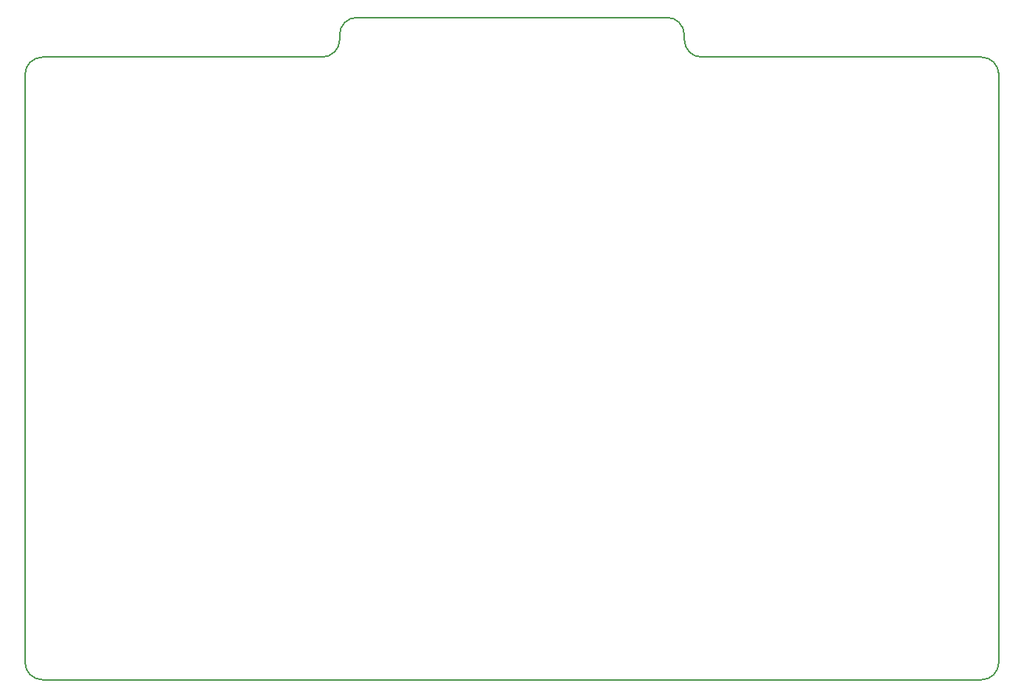
<source format=gbr>
%TF.GenerationSoftware,KiCad,Pcbnew,(5.1.10)-1*%
%TF.CreationDate,2022-08-11T13:18:27-05:00*%
%TF.ProjectId,lamia,6c616d69-612e-46b6-9963-61645f706362,v1.0.0*%
%TF.SameCoordinates,Original*%
%TF.FileFunction,Profile,NP*%
%FSLAX46Y46*%
G04 Gerber Fmt 4.6, Leading zero omitted, Abs format (unit mm)*
G04 Created by KiCad (PCBNEW (5.1.10)-1) date 2022-08-11 13:18:27*
%MOMM*%
%LPD*%
G01*
G04 APERTURE LIST*
%TA.AperFunction,Profile*%
%ADD10C,0.150000*%
%TD*%
G04 APERTURE END LIST*
D10*
X27250000Y23250000D02*
X62750000Y23250000D01*
X25250000Y20700000D02*
X25250000Y21250000D01*
X64750000Y21250000D02*
X64750000Y20700000D01*
X-8800000Y-52700000D02*
X98800000Y-52700000D01*
X100800000Y-50700000D02*
X100800000Y16700000D01*
X98800000Y18700000D02*
X66750000Y18700000D01*
X23250000Y18700000D02*
X-8800000Y18700000D01*
X-10800000Y16700000D02*
X-10800000Y-50700000D01*
X62750000Y23250000D02*
G75*
G02*
X64750000Y21250000I0J-2000000D01*
G01*
X66750000Y18700000D02*
G75*
G02*
X64750000Y20700000I0J2000000D01*
G01*
X98800000Y18700000D02*
G75*
G02*
X100800000Y16700000I0J-2000000D01*
G01*
X100800000Y-50700000D02*
G75*
G02*
X98800000Y-52700000I-2000000J0D01*
G01*
X-8800000Y-52700000D02*
G75*
G02*
X-10800000Y-50700000I0J2000000D01*
G01*
X-10800000Y16700000D02*
G75*
G02*
X-8800000Y18700000I2000000J0D01*
G01*
X25250000Y20700000D02*
G75*
G02*
X23250000Y18700000I-2000000J0D01*
G01*
X25250000Y21250000D02*
G75*
G02*
X27250000Y23250000I2000000J0D01*
G01*
M02*

</source>
